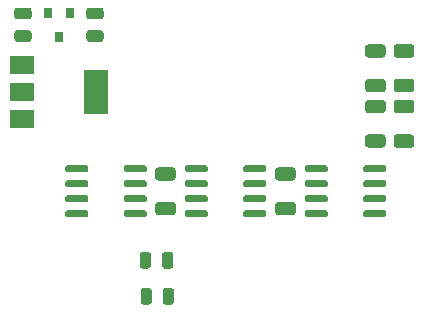
<source format=gbr>
G04 #@! TF.GenerationSoftware,KiCad,Pcbnew,(5.1.6)-1*
G04 #@! TF.CreationDate,2021-06-24T15:04:22+10:00*
G04 #@! TF.ProjectId,BSPD_Accumulator,42535044-5f41-4636-9375-6d756c61746f,rev?*
G04 #@! TF.SameCoordinates,Original*
G04 #@! TF.FileFunction,Paste,Top*
G04 #@! TF.FilePolarity,Positive*
%FSLAX46Y46*%
G04 Gerber Fmt 4.6, Leading zero omitted, Abs format (unit mm)*
G04 Created by KiCad (PCBNEW (5.1.6)-1) date 2021-06-24 15:04:22*
%MOMM*%
%LPD*%
G01*
G04 APERTURE LIST*
%ADD10R,0.800000X0.900000*%
%ADD11R,2.000000X3.800000*%
%ADD12R,2.000000X1.500000*%
G04 APERTURE END LIST*
G36*
G01*
X71722000Y-55933000D02*
X70772000Y-55933000D01*
G75*
G02*
X70522000Y-55683000I0J250000D01*
G01*
X70522000Y-55183000D01*
G75*
G02*
X70772000Y-54933000I250000J0D01*
G01*
X71722000Y-54933000D01*
G75*
G02*
X71972000Y-55183000I0J-250000D01*
G01*
X71972000Y-55683000D01*
G75*
G02*
X71722000Y-55933000I-250000J0D01*
G01*
G37*
G36*
G01*
X71722000Y-54033000D02*
X70772000Y-54033000D01*
G75*
G02*
X70522000Y-53783000I0J250000D01*
G01*
X70522000Y-53283000D01*
G75*
G02*
X70772000Y-53033000I250000J0D01*
G01*
X71722000Y-53033000D01*
G75*
G02*
X71972000Y-53283000I0J-250000D01*
G01*
X71972000Y-53783000D01*
G75*
G02*
X71722000Y-54033000I-250000J0D01*
G01*
G37*
G36*
G01*
X77818000Y-54033000D02*
X76868000Y-54033000D01*
G75*
G02*
X76618000Y-53783000I0J250000D01*
G01*
X76618000Y-53283000D01*
G75*
G02*
X76868000Y-53033000I250000J0D01*
G01*
X77818000Y-53033000D01*
G75*
G02*
X78068000Y-53283000I0J-250000D01*
G01*
X78068000Y-53783000D01*
G75*
G02*
X77818000Y-54033000I-250000J0D01*
G01*
G37*
G36*
G01*
X77818000Y-55933000D02*
X76868000Y-55933000D01*
G75*
G02*
X76618000Y-55683000I0J250000D01*
G01*
X76618000Y-55183000D01*
G75*
G02*
X76868000Y-54933000I250000J0D01*
G01*
X77818000Y-54933000D01*
G75*
G02*
X78068000Y-55183000I0J-250000D01*
G01*
X78068000Y-55683000D01*
G75*
G02*
X77818000Y-55933000I-250000J0D01*
G01*
G37*
G36*
G01*
X81125000Y-74878250D02*
X81125000Y-73965750D01*
G75*
G02*
X81368750Y-73722000I243750J0D01*
G01*
X81856250Y-73722000D01*
G75*
G02*
X82100000Y-73965750I0J-243750D01*
G01*
X82100000Y-74878250D01*
G75*
G02*
X81856250Y-75122000I-243750J0D01*
G01*
X81368750Y-75122000D01*
G75*
G02*
X81125000Y-74878250I0J243750D01*
G01*
G37*
G36*
G01*
X83000000Y-74878250D02*
X83000000Y-73965750D01*
G75*
G02*
X83243750Y-73722000I243750J0D01*
G01*
X83731250Y-73722000D01*
G75*
G02*
X83975000Y-73965750I0J-243750D01*
G01*
X83975000Y-74878250D01*
G75*
G02*
X83731250Y-75122000I-243750J0D01*
G01*
X83243750Y-75122000D01*
G75*
G02*
X83000000Y-74878250I0J243750D01*
G01*
G37*
G36*
G01*
X83078500Y-77926250D02*
X83078500Y-77013750D01*
G75*
G02*
X83322250Y-76770000I243750J0D01*
G01*
X83809750Y-76770000D01*
G75*
G02*
X84053500Y-77013750I0J-243750D01*
G01*
X84053500Y-77926250D01*
G75*
G02*
X83809750Y-78170000I-243750J0D01*
G01*
X83322250Y-78170000D01*
G75*
G02*
X83078500Y-77926250I0J243750D01*
G01*
G37*
G36*
G01*
X81203500Y-77926250D02*
X81203500Y-77013750D01*
G75*
G02*
X81447250Y-76770000I243750J0D01*
G01*
X81934750Y-76770000D01*
G75*
G02*
X82178500Y-77013750I0J-243750D01*
G01*
X82178500Y-77926250D01*
G75*
G02*
X81934750Y-78170000I-243750J0D01*
G01*
X81447250Y-78170000D01*
G75*
G02*
X81203500Y-77926250I0J243750D01*
G01*
G37*
D10*
X75245000Y-53483000D03*
X73345000Y-53483000D03*
X74295000Y-55483000D03*
G36*
G01*
X101717001Y-60191000D02*
X100466999Y-60191000D01*
G75*
G02*
X100217000Y-59941001I0J249999D01*
G01*
X100217000Y-59315999D01*
G75*
G02*
X100466999Y-59066000I249999J0D01*
G01*
X101717001Y-59066000D01*
G75*
G02*
X101967000Y-59315999I0J-249999D01*
G01*
X101967000Y-59941001D01*
G75*
G02*
X101717001Y-60191000I-249999J0D01*
G01*
G37*
G36*
G01*
X101717001Y-57266000D02*
X100466999Y-57266000D01*
G75*
G02*
X100217000Y-57016001I0J249999D01*
G01*
X100217000Y-56390999D01*
G75*
G02*
X100466999Y-56141000I249999J0D01*
G01*
X101717001Y-56141000D01*
G75*
G02*
X101967000Y-56390999I0J-249999D01*
G01*
X101967000Y-57016001D01*
G75*
G02*
X101717001Y-57266000I-249999J0D01*
G01*
G37*
G36*
G01*
X100466999Y-63765000D02*
X101717001Y-63765000D01*
G75*
G02*
X101967000Y-64014999I0J-249999D01*
G01*
X101967000Y-64640001D01*
G75*
G02*
X101717001Y-64890000I-249999J0D01*
G01*
X100466999Y-64890000D01*
G75*
G02*
X100217000Y-64640001I0J249999D01*
G01*
X100217000Y-64014999D01*
G75*
G02*
X100466999Y-63765000I249999J0D01*
G01*
G37*
G36*
G01*
X100466999Y-60840000D02*
X101717001Y-60840000D01*
G75*
G02*
X101967000Y-61089999I0J-249999D01*
G01*
X101967000Y-61715001D01*
G75*
G02*
X101717001Y-61965000I-249999J0D01*
G01*
X100466999Y-61965000D01*
G75*
G02*
X100217000Y-61715001I0J249999D01*
G01*
X100217000Y-61089999D01*
G75*
G02*
X100466999Y-60840000I249999J0D01*
G01*
G37*
G36*
G01*
X102879999Y-56141000D02*
X104130001Y-56141000D01*
G75*
G02*
X104380000Y-56390999I0J-249999D01*
G01*
X104380000Y-57016001D01*
G75*
G02*
X104130001Y-57266000I-249999J0D01*
G01*
X102879999Y-57266000D01*
G75*
G02*
X102630000Y-57016001I0J249999D01*
G01*
X102630000Y-56390999D01*
G75*
G02*
X102879999Y-56141000I249999J0D01*
G01*
G37*
G36*
G01*
X102879999Y-59066000D02*
X104130001Y-59066000D01*
G75*
G02*
X104380000Y-59315999I0J-249999D01*
G01*
X104380000Y-59941001D01*
G75*
G02*
X104130001Y-60191000I-249999J0D01*
G01*
X102879999Y-60191000D01*
G75*
G02*
X102630000Y-59941001I0J249999D01*
G01*
X102630000Y-59315999D01*
G75*
G02*
X102879999Y-59066000I249999J0D01*
G01*
G37*
G36*
G01*
X102879999Y-63765000D02*
X104130001Y-63765000D01*
G75*
G02*
X104380000Y-64014999I0J-249999D01*
G01*
X104380000Y-64640001D01*
G75*
G02*
X104130001Y-64890000I-249999J0D01*
G01*
X102879999Y-64890000D01*
G75*
G02*
X102630000Y-64640001I0J249999D01*
G01*
X102630000Y-64014999D01*
G75*
G02*
X102879999Y-63765000I249999J0D01*
G01*
G37*
G36*
G01*
X102879999Y-60840000D02*
X104130001Y-60840000D01*
G75*
G02*
X104380000Y-61089999I0J-249999D01*
G01*
X104380000Y-61715001D01*
G75*
G02*
X104130001Y-61965000I-249999J0D01*
G01*
X102879999Y-61965000D01*
G75*
G02*
X102630000Y-61715001I0J249999D01*
G01*
X102630000Y-61089999D01*
G75*
G02*
X102879999Y-60840000I249999J0D01*
G01*
G37*
G36*
G01*
X82686999Y-66555000D02*
X83937001Y-66555000D01*
G75*
G02*
X84187000Y-66804999I0J-249999D01*
G01*
X84187000Y-67430001D01*
G75*
G02*
X83937001Y-67680000I-249999J0D01*
G01*
X82686999Y-67680000D01*
G75*
G02*
X82437000Y-67430001I0J249999D01*
G01*
X82437000Y-66804999D01*
G75*
G02*
X82686999Y-66555000I249999J0D01*
G01*
G37*
G36*
G01*
X82686999Y-69480000D02*
X83937001Y-69480000D01*
G75*
G02*
X84187000Y-69729999I0J-249999D01*
G01*
X84187000Y-70355001D01*
G75*
G02*
X83937001Y-70605000I-249999J0D01*
G01*
X82686999Y-70605000D01*
G75*
G02*
X82437000Y-70355001I0J249999D01*
G01*
X82437000Y-69729999D01*
G75*
G02*
X82686999Y-69480000I249999J0D01*
G01*
G37*
G36*
G01*
X94097001Y-67680000D02*
X92846999Y-67680000D01*
G75*
G02*
X92597000Y-67430001I0J249999D01*
G01*
X92597000Y-66804999D01*
G75*
G02*
X92846999Y-66555000I249999J0D01*
G01*
X94097001Y-66555000D01*
G75*
G02*
X94347000Y-66804999I0J-249999D01*
G01*
X94347000Y-67430001D01*
G75*
G02*
X94097001Y-67680000I-249999J0D01*
G01*
G37*
G36*
G01*
X94097001Y-70605000D02*
X92846999Y-70605000D01*
G75*
G02*
X92597000Y-70355001I0J249999D01*
G01*
X92597000Y-69729999D01*
G75*
G02*
X92846999Y-69480000I249999J0D01*
G01*
X94097001Y-69480000D01*
G75*
G02*
X94347000Y-69729999I0J-249999D01*
G01*
X94347000Y-70355001D01*
G75*
G02*
X94097001Y-70605000I-249999J0D01*
G01*
G37*
G36*
G01*
X89899501Y-66819501D02*
X89899501Y-66519501D01*
G75*
G02*
X90049501Y-66369501I150000J0D01*
G01*
X91699501Y-66369501D01*
G75*
G02*
X91849501Y-66519501I0J-150000D01*
G01*
X91849501Y-66819501D01*
G75*
G02*
X91699501Y-66969501I-150000J0D01*
G01*
X90049501Y-66969501D01*
G75*
G02*
X89899501Y-66819501I0J150000D01*
G01*
G37*
G36*
G01*
X89899501Y-68089501D02*
X89899501Y-67789501D01*
G75*
G02*
X90049501Y-67639501I150000J0D01*
G01*
X91699501Y-67639501D01*
G75*
G02*
X91849501Y-67789501I0J-150000D01*
G01*
X91849501Y-68089501D01*
G75*
G02*
X91699501Y-68239501I-150000J0D01*
G01*
X90049501Y-68239501D01*
G75*
G02*
X89899501Y-68089501I0J150000D01*
G01*
G37*
G36*
G01*
X89899501Y-69359501D02*
X89899501Y-69059501D01*
G75*
G02*
X90049501Y-68909501I150000J0D01*
G01*
X91699501Y-68909501D01*
G75*
G02*
X91849501Y-69059501I0J-150000D01*
G01*
X91849501Y-69359501D01*
G75*
G02*
X91699501Y-69509501I-150000J0D01*
G01*
X90049501Y-69509501D01*
G75*
G02*
X89899501Y-69359501I0J150000D01*
G01*
G37*
G36*
G01*
X89899501Y-70629501D02*
X89899501Y-70329501D01*
G75*
G02*
X90049501Y-70179501I150000J0D01*
G01*
X91699501Y-70179501D01*
G75*
G02*
X91849501Y-70329501I0J-150000D01*
G01*
X91849501Y-70629501D01*
G75*
G02*
X91699501Y-70779501I-150000J0D01*
G01*
X90049501Y-70779501D01*
G75*
G02*
X89899501Y-70629501I0J150000D01*
G01*
G37*
G36*
G01*
X84949501Y-70629501D02*
X84949501Y-70329501D01*
G75*
G02*
X85099501Y-70179501I150000J0D01*
G01*
X86749501Y-70179501D01*
G75*
G02*
X86899501Y-70329501I0J-150000D01*
G01*
X86899501Y-70629501D01*
G75*
G02*
X86749501Y-70779501I-150000J0D01*
G01*
X85099501Y-70779501D01*
G75*
G02*
X84949501Y-70629501I0J150000D01*
G01*
G37*
G36*
G01*
X84949501Y-69359501D02*
X84949501Y-69059501D01*
G75*
G02*
X85099501Y-68909501I150000J0D01*
G01*
X86749501Y-68909501D01*
G75*
G02*
X86899501Y-69059501I0J-150000D01*
G01*
X86899501Y-69359501D01*
G75*
G02*
X86749501Y-69509501I-150000J0D01*
G01*
X85099501Y-69509501D01*
G75*
G02*
X84949501Y-69359501I0J150000D01*
G01*
G37*
G36*
G01*
X84949501Y-68089501D02*
X84949501Y-67789501D01*
G75*
G02*
X85099501Y-67639501I150000J0D01*
G01*
X86749501Y-67639501D01*
G75*
G02*
X86899501Y-67789501I0J-150000D01*
G01*
X86899501Y-68089501D01*
G75*
G02*
X86749501Y-68239501I-150000J0D01*
G01*
X85099501Y-68239501D01*
G75*
G02*
X84949501Y-68089501I0J150000D01*
G01*
G37*
G36*
G01*
X84949501Y-66819501D02*
X84949501Y-66519501D01*
G75*
G02*
X85099501Y-66369501I150000J0D01*
G01*
X86749501Y-66369501D01*
G75*
G02*
X86899501Y-66519501I0J-150000D01*
G01*
X86899501Y-66819501D01*
G75*
G02*
X86749501Y-66969501I-150000J0D01*
G01*
X85099501Y-66969501D01*
G75*
G02*
X84949501Y-66819501I0J150000D01*
G01*
G37*
G36*
G01*
X95102000Y-66825000D02*
X95102000Y-66525000D01*
G75*
G02*
X95252000Y-66375000I150000J0D01*
G01*
X96902000Y-66375000D01*
G75*
G02*
X97052000Y-66525000I0J-150000D01*
G01*
X97052000Y-66825000D01*
G75*
G02*
X96902000Y-66975000I-150000J0D01*
G01*
X95252000Y-66975000D01*
G75*
G02*
X95102000Y-66825000I0J150000D01*
G01*
G37*
G36*
G01*
X95102000Y-68095000D02*
X95102000Y-67795000D01*
G75*
G02*
X95252000Y-67645000I150000J0D01*
G01*
X96902000Y-67645000D01*
G75*
G02*
X97052000Y-67795000I0J-150000D01*
G01*
X97052000Y-68095000D01*
G75*
G02*
X96902000Y-68245000I-150000J0D01*
G01*
X95252000Y-68245000D01*
G75*
G02*
X95102000Y-68095000I0J150000D01*
G01*
G37*
G36*
G01*
X95102000Y-69365000D02*
X95102000Y-69065000D01*
G75*
G02*
X95252000Y-68915000I150000J0D01*
G01*
X96902000Y-68915000D01*
G75*
G02*
X97052000Y-69065000I0J-150000D01*
G01*
X97052000Y-69365000D01*
G75*
G02*
X96902000Y-69515000I-150000J0D01*
G01*
X95252000Y-69515000D01*
G75*
G02*
X95102000Y-69365000I0J150000D01*
G01*
G37*
G36*
G01*
X95102000Y-70635000D02*
X95102000Y-70335000D01*
G75*
G02*
X95252000Y-70185000I150000J0D01*
G01*
X96902000Y-70185000D01*
G75*
G02*
X97052000Y-70335000I0J-150000D01*
G01*
X97052000Y-70635000D01*
G75*
G02*
X96902000Y-70785000I-150000J0D01*
G01*
X95252000Y-70785000D01*
G75*
G02*
X95102000Y-70635000I0J150000D01*
G01*
G37*
G36*
G01*
X100052000Y-70635000D02*
X100052000Y-70335000D01*
G75*
G02*
X100202000Y-70185000I150000J0D01*
G01*
X101852000Y-70185000D01*
G75*
G02*
X102002000Y-70335000I0J-150000D01*
G01*
X102002000Y-70635000D01*
G75*
G02*
X101852000Y-70785000I-150000J0D01*
G01*
X100202000Y-70785000D01*
G75*
G02*
X100052000Y-70635000I0J150000D01*
G01*
G37*
G36*
G01*
X100052000Y-69365000D02*
X100052000Y-69065000D01*
G75*
G02*
X100202000Y-68915000I150000J0D01*
G01*
X101852000Y-68915000D01*
G75*
G02*
X102002000Y-69065000I0J-150000D01*
G01*
X102002000Y-69365000D01*
G75*
G02*
X101852000Y-69515000I-150000J0D01*
G01*
X100202000Y-69515000D01*
G75*
G02*
X100052000Y-69365000I0J150000D01*
G01*
G37*
G36*
G01*
X100052000Y-68095000D02*
X100052000Y-67795000D01*
G75*
G02*
X100202000Y-67645000I150000J0D01*
G01*
X101852000Y-67645000D01*
G75*
G02*
X102002000Y-67795000I0J-150000D01*
G01*
X102002000Y-68095000D01*
G75*
G02*
X101852000Y-68245000I-150000J0D01*
G01*
X100202000Y-68245000D01*
G75*
G02*
X100052000Y-68095000I0J150000D01*
G01*
G37*
G36*
G01*
X100052000Y-66825000D02*
X100052000Y-66525000D01*
G75*
G02*
X100202000Y-66375000I150000J0D01*
G01*
X101852000Y-66375000D01*
G75*
G02*
X102002000Y-66525000I0J-150000D01*
G01*
X102002000Y-66825000D01*
G75*
G02*
X101852000Y-66975000I-150000J0D01*
G01*
X100202000Y-66975000D01*
G75*
G02*
X100052000Y-66825000I0J150000D01*
G01*
G37*
D11*
X77470000Y-60198000D03*
D12*
X71170000Y-60198000D03*
X71170000Y-62498000D03*
X71170000Y-57898000D03*
G36*
G01*
X74847000Y-66825000D02*
X74847000Y-66525000D01*
G75*
G02*
X74997000Y-66375000I150000J0D01*
G01*
X76647000Y-66375000D01*
G75*
G02*
X76797000Y-66525000I0J-150000D01*
G01*
X76797000Y-66825000D01*
G75*
G02*
X76647000Y-66975000I-150000J0D01*
G01*
X74997000Y-66975000D01*
G75*
G02*
X74847000Y-66825000I0J150000D01*
G01*
G37*
G36*
G01*
X74847000Y-68095000D02*
X74847000Y-67795000D01*
G75*
G02*
X74997000Y-67645000I150000J0D01*
G01*
X76647000Y-67645000D01*
G75*
G02*
X76797000Y-67795000I0J-150000D01*
G01*
X76797000Y-68095000D01*
G75*
G02*
X76647000Y-68245000I-150000J0D01*
G01*
X74997000Y-68245000D01*
G75*
G02*
X74847000Y-68095000I0J150000D01*
G01*
G37*
G36*
G01*
X74847000Y-69365000D02*
X74847000Y-69065000D01*
G75*
G02*
X74997000Y-68915000I150000J0D01*
G01*
X76647000Y-68915000D01*
G75*
G02*
X76797000Y-69065000I0J-150000D01*
G01*
X76797000Y-69365000D01*
G75*
G02*
X76647000Y-69515000I-150000J0D01*
G01*
X74997000Y-69515000D01*
G75*
G02*
X74847000Y-69365000I0J150000D01*
G01*
G37*
G36*
G01*
X74847000Y-70635000D02*
X74847000Y-70335000D01*
G75*
G02*
X74997000Y-70185000I150000J0D01*
G01*
X76647000Y-70185000D01*
G75*
G02*
X76797000Y-70335000I0J-150000D01*
G01*
X76797000Y-70635000D01*
G75*
G02*
X76647000Y-70785000I-150000J0D01*
G01*
X74997000Y-70785000D01*
G75*
G02*
X74847000Y-70635000I0J150000D01*
G01*
G37*
G36*
G01*
X79797000Y-70635000D02*
X79797000Y-70335000D01*
G75*
G02*
X79947000Y-70185000I150000J0D01*
G01*
X81597000Y-70185000D01*
G75*
G02*
X81747000Y-70335000I0J-150000D01*
G01*
X81747000Y-70635000D01*
G75*
G02*
X81597000Y-70785000I-150000J0D01*
G01*
X79947000Y-70785000D01*
G75*
G02*
X79797000Y-70635000I0J150000D01*
G01*
G37*
G36*
G01*
X79797000Y-69365000D02*
X79797000Y-69065000D01*
G75*
G02*
X79947000Y-68915000I150000J0D01*
G01*
X81597000Y-68915000D01*
G75*
G02*
X81747000Y-69065000I0J-150000D01*
G01*
X81747000Y-69365000D01*
G75*
G02*
X81597000Y-69515000I-150000J0D01*
G01*
X79947000Y-69515000D01*
G75*
G02*
X79797000Y-69365000I0J150000D01*
G01*
G37*
G36*
G01*
X79797000Y-68095000D02*
X79797000Y-67795000D01*
G75*
G02*
X79947000Y-67645000I150000J0D01*
G01*
X81597000Y-67645000D01*
G75*
G02*
X81747000Y-67795000I0J-150000D01*
G01*
X81747000Y-68095000D01*
G75*
G02*
X81597000Y-68245000I-150000J0D01*
G01*
X79947000Y-68245000D01*
G75*
G02*
X79797000Y-68095000I0J150000D01*
G01*
G37*
G36*
G01*
X79797000Y-66825000D02*
X79797000Y-66525000D01*
G75*
G02*
X79947000Y-66375000I150000J0D01*
G01*
X81597000Y-66375000D01*
G75*
G02*
X81747000Y-66525000I0J-150000D01*
G01*
X81747000Y-66825000D01*
G75*
G02*
X81597000Y-66975000I-150000J0D01*
G01*
X79947000Y-66975000D01*
G75*
G02*
X79797000Y-66825000I0J150000D01*
G01*
G37*
M02*

</source>
